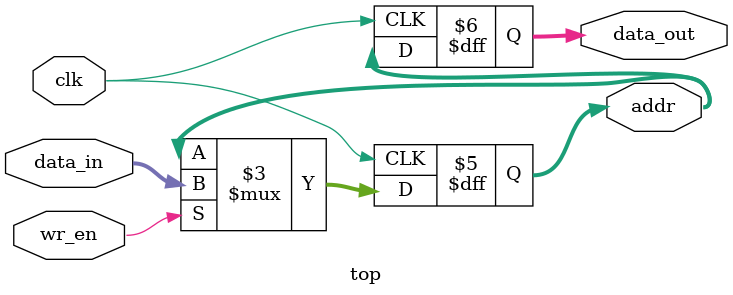
<source format=v>
`default_nettype none
module top(clk, wr_en, data_in, addr, data_out);
    input wire clk, wr_en;
    input wire [3:0] data_in;
    output reg [3:0] addr;     //Since there is no memory address in this stance, this variable does not mean real address but a transfer station.
    output reg [3:0] data_out;

    always @(posedge clk)
    begin
        if(wr_en == 1'b1) addr <= data_in;
        data_out <= addr;
    end
endmodule

</source>
